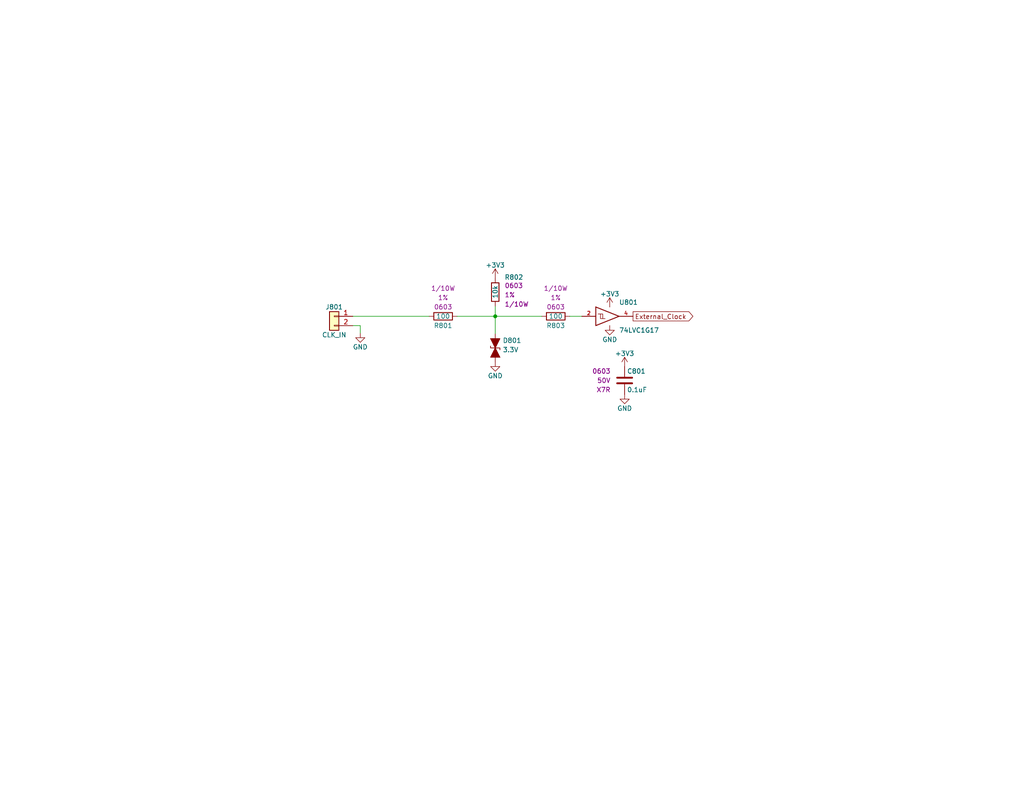
<source format=kicad_sch>
(kicad_sch (version 20230121) (generator eeschema)
  (paper "A")
  (title_block (title "Stopwatch") (date "2024-01-02") (rev "A") (company "Drew Maatman"))
  (lib_symbols
    (symbol "Connector_Generic:Conn_01x02" (pin_names (offset 1.016) hide)
      (property "Reference" "J" (at 0 2.54 0))
      (property "Value" "Conn_01x02" (at 0 -5.08 0))
      (symbol "Conn_01x02_1_1"
        (rectangle (start -1.27 -2.413) (end 0 -2.667) (stroke (width 0.1524)))
        (rectangle (start -1.27 0.127) (end 0 -0.127) (stroke (width 0.1524)))
        (rectangle (start -1.27 1.27) (end 1.27 -3.81) (stroke (width 0.254)) (fill (type background)))
        (pin passive line (at -5.08 0 0) (length 3.81) (name "Pin_1") (number "1"))
        (pin passive line (at -5.08 -2.54 0) (length 3.81) (name "Pin_2") (number "2"))
      )
    )
    (symbol "Custom_Library:74LVC1G17_Power" (pin_names (offset 1.016))
      (property "Reference" "U" (at 2.54 3.81 0))
      (property "Value" "74LVC1G17_Power" (at 2.54 -3.81 0))
      (symbol "74LVC1G17_Power_0_1"
        (polyline (pts (xy -2.54 0.635) (xy -1.905 0.635) (xy -1.905 -0.635)))
        (polyline (pts (xy -3.81 2.54) (xy -3.81 -2.54) (xy 2.54 0) (xy -3.81 2.54)) (stroke (width 0.254)))
        (polyline (pts (xy -3.175 0.635) (xy -2.54 0.635) (xy -2.54 -0.635) (xy -1.27 -0.635)))
      )
      (symbol "74LVC1G17_Power_1_1"
        (pin input line (at -7.62 0 0) (length 3.81) (name "~") (number "2"))
        (pin power_in line (at 0 -2.54 270) (length 0) (name "GND") (number "3"))
        (pin output line (at 6.35 0 180) (length 3.81) (name "~") (number "4"))
        (pin power_in line (at 0 2.54 90) (length 0) (name "VCC") (number "5"))
      )
    )
    (symbol "Custom_Library:C_Custom" (pin_numbers hide) (pin_names (offset 0.254))
      (property "Reference" "C" (at 0.635 2.54 0))
      (property "Value" "C_Custom" (at 0.635 -2.54 0))
      (property "display_footprint" "Foot" (at -3.81 2.54 0))
      (property "Voltage" "V" (at -3.81 0 0))
      (property "Dielectric" "Er" (at -3.81 -2.54 0))
      (symbol "C_Custom_0_1"
        (polyline (pts (xy -2.032 -0.762) (xy 2.032 -0.762)) (stroke (width 0.508)))
        (polyline (pts (xy -2.032 0.762) (xy 2.032 0.762)) (stroke (width 0.508)))
      )
      (symbol "C_Custom_1_1"
        (pin passive line (at 0 3.81 270) (length 2.794) (name "~") (number "1"))
        (pin passive line (at 0 -3.81 90) (length 2.794) (name "~") (number "2"))
      )
    )
    (symbol "Custom_Library:R_Custom" (pin_numbers hide) (pin_names (offset 1.016) hide)
      (property "Reference" "R" (at -2.54 0 90))
      (property "Value" "R_Custom" (at 0 0 90))
      (property "display_footprint" "Foot" (at 2.54 0 90))
      (property "Tolerance" "Tol" (at 5.08 0 90))
      (property "Wattage" "W" (at 7.62 0 90))
      (symbol "R_Custom_0_1"
        (rectangle (start 1.016 2.54) (end -1.016 -2.54) (stroke (width 0.254)))
      )
      (symbol "R_Custom_1_1"
        (pin passive line (at 0 3.81 270) (length 1.27) (name "1") (number "1"))
        (pin passive line (at 0 -3.81 90) (length 1.27) (name "2") (number "2"))
      )
    )
    (symbol "Incrementor-rescue:+3.3V-power" (power) (pin_names (offset 0))
      (property "Value" "+3.3V-power" (at 0 3.556 0))
      (symbol "+3.3V-power_0_1"
        (polyline (pts (xy -0.762 1.27) (xy 0 2.54)))
        (polyline (pts (xy 0 0) (xy 0 2.54)))
        (polyline (pts (xy 0 2.54) (xy 0.762 1.27)))
      )
      (symbol "+3.3V-power_1_1"
        (pin power_in line (at 0 0 90) (length 0) hide (name "+3V3") (number "1"))
      )
    )
    (symbol "Incrementor-rescue:D_TVS_ALT-Device" (pin_numbers hide) (pin_names (offset 1.016) hide)
      (property "Reference" "D" (at 0 2.54 0))
      (property "Value" "Device_D_TVS_ALT" (at 0 -2.54 0))
      (symbol "D_TVS_ALT-Device_0_1"
        (polyline (pts (xy 1.27 0) (xy -1.27 0)))
        (polyline (pts (xy -2.54 -1.27) (xy 0 0) (xy -2.54 1.27) (xy -2.54 -1.27)) (stroke (width 0.2032)) (fill (type outline)))
        (polyline (pts (xy 0.508 1.27) (xy 0 1.27) (xy 0 -1.27) (xy -0.508 -1.27)) (stroke (width 0.2032)))
        (polyline (pts (xy 2.54 1.27) (xy 2.54 -1.27) (xy 0 0) (xy 2.54 1.27)) (stroke (width 0.2032)) (fill (type outline)))
      )
      (symbol "D_TVS_ALT-Device_1_1"
        (pin passive line (at -3.81 0 0) (length 2.54) (name "A1") (number "1"))
        (pin passive line (at 3.81 0 180) (length 2.54) (name "A2") (number "2"))
      )
    )
    (symbol "power:GND" (power) (pin_names (offset 0))
      (property "Value" "GND" (at 0 -3.81 0))
      (symbol "GND_0_1"
        (polyline (pts (xy 0 0) (xy 0 -1.27) (xy 1.27 -1.27) (xy 0 -2.54) (xy -1.27 -1.27) (xy 0 -1.27)))
      )
      (symbol "GND_1_1"
        (pin power_in line (at 0 0 270) (length 0) hide (name "GND") (number "1"))
      )
    )
  )
  (junction (at 135.128 86.36))
  (wire (pts (xy 155.448 86.36) (xy 158.75 86.36)))
  (wire (pts (xy 135.128 83.566) (xy 135.128 86.36)))
  (wire (pts (xy 98.298 90.932) (xy 98.298 88.9)))
  (wire (pts (xy 135.128 91.186) (xy 135.128 86.36)))
  (wire (pts (xy 98.298 88.9) (xy 96.266 88.9)))
  (wire (pts (xy 147.828 86.36) (xy 135.128 86.36)))
  (wire (pts (xy 135.128 86.36) (xy 124.714 86.36)))
  (wire (pts (xy 96.266 86.36) (xy 117.094 86.36)))
  (global_label "External_Clock" (shape output) (at 172.72 86.36 0) (property "Intersheetrefs" "${INTERSHEET_REFS}" (effects hide)))
  (symbol (lib_id "Connector_Generic:Conn_01x02") (at 91.186 86.36 0) (mirror y) (unit 1)
    (property "Reference" "J801" (at 91.186 83.82 0))
    (property "Value" "CLK_IN" (at 91.186 91.44 0))
    (property "Footprint" "Socket_Strips:Socket_Strip_Angled_1x02_Pitch2.54mm" (effects hide))
    (property "Digi-Key PN" "SAM1225-02-ND" (effects hide))
  )
  (symbol (lib_id "power:GND") (at 98.298 90.932 0) (unit 1)
    (property "Reference" "#PWR0801" (effects hide))
    (property "Value" "GND" (at 98.298 94.742 0))
  )
  (symbol (lib_id "Custom_Library:R_Custom") (at 120.904 86.36 90) (unit 1)
    (property "Reference" "R801" (at 120.904 88.9 90))
    (property "Value" "100" (at 120.904 86.36 90))
    (property "Footprint" "Resistors_SMD:R_0603" (effects hide))
    (property "display_footprint" "0603" (at 120.904 83.82 90))
    (property "Tolerance" "1%" (at 120.904 81.28 90))
    (property "Wattage" "1/10W" (at 120.904 78.74 90))
    (property "Digi-Key PN" "RMCF0603FT100RCT-ND" (effects hide))
  )
  (symbol (lib_id "Custom_Library:R_Custom") (at 135.128 79.756 0) (unit 1)
    (property "Reference" "R802" (at 137.668 75.692 0) (effects (justify left)))
    (property "Value" "10k" (at 135.128 81.534 90) (effects (justify left)))
    (property "Footprint" "Resistors_SMD:R_0603" (effects hide))
    (property "display_footprint" "0603" (at 137.668 77.978 0) (effects (justify left)))
    (property "Tolerance" "1%" (at 137.668 80.518 0) (effects (justify left)))
    (property "Wattage" "1/10W" (at 137.668 83.058 0) (effects (justify left)))
    (property "Digi-Key PN" "RMCF0603FT10K0CT-ND" (effects hide))
    (instances (project "Stopwatch" (path "" (reference "R802") (unit 1)) (path "" (reference "R?") (unit 1))))
  )
  (symbol (lib_id "Incrementor-rescue:+3.3V-power") (at 135.128 75.946 0) (unit 1)
    (property "Reference" "#PWR0803" (effects hide))
    (property "Value" "+3.3V" (at 135.128 72.39 0))
  )
  (symbol (lib_id "Incrementor-rescue:D_TVS_ALT-Device") (at 135.128 94.996 270) (unit 1)
    (property "Reference" "D801" (at 137.16 92.964 90) (effects (justify left)))
    (property "Value" "3.3V" (at 137.16 95.504 90) (effects (justify left)))
    (property "Footprint" "Diodes_SMD:D_SOD-323" (effects hide))
    (property "Digi-Key PN" "CDSOD323-T03SCT-ND" (effects hide))
  )
  (symbol (lib_id "power:GND") (at 135.128 98.806 0) (unit 1)
    (property "Reference" "#PWR0804" (effects hide))
    (property "Value" "GND" (at 135.128 102.616 0))
  )
  (symbol (lib_id "Custom_Library:74LVC1G17_Power") (at 166.37 86.36 0) (unit 1)
    (property "Reference" "U801" (at 168.91 82.55 0) (effects (justify left)))
    (property "Value" "74LVC1G17" (at 168.91 90.17 0) (effects (justify left)))
    (property "Footprint" "TO_SOT_Packages_SMD:SOT-353_SC-70-5" (effects hide))
    (property "Datasheet" "http://www.ti.com/lit/sg/scyt129e/scyt129e.pdf" (effects hide))
    (property "Digi-Key PN" "296-11934-1-ND" (effects hide))
  )
  (symbol (lib_id "Custom_Library:R_Custom") (at 151.638 86.36 90) (unit 1)
    (property "Reference" "R803" (at 151.638 88.9 90))
    (property "Value" "100" (at 151.638 86.36 90))
    (property "Footprint" "Resistors_SMD:R_0603" (effects hide))
    (property "display_footprint" "0603" (at 151.638 83.82 90))
    (property "Tolerance" "1%" (at 151.638 81.28 90))
    (property "Wattage" "1/10W" (at 151.638 78.74 90))
    (property "Digi-Key PN" "RMCF0603FT100RCT-ND" (effects hide))
  )
  (symbol (lib_id "power:GND") (at 166.37 88.9 0) (unit 1)
    (property "Reference" "#PWR0806" (effects hide))
    (property "Value" "GND" (at 166.37 92.71 0))
  )
  (symbol (lib_id "Incrementor-rescue:+3.3V-power") (at 166.37 83.82 0) (unit 1)
    (property "Reference" "#PWR0805" (effects hide))
    (property "Value" "+3.3V" (at 166.37 80.264 0))
  )
  (symbol (lib_id "Custom_Library:C_Custom") (at 170.434 103.886 0) (unit 1)
    (property "Reference" "C801" (at 171.069 101.346 0) (effects (justify left)))
    (property "Value" "0.1uF" (at 171.069 106.426 0) (effects (justify left)))
    (property "Footprint" "Capacitors_SMD:C_0603" (effects hide))
    (property "display_footprint" "0603" (at 166.624 101.346 0) (effects (justify right)))
    (property "Voltage" "50V" (at 166.624 103.886 0) (effects (justify right)))
    (property "Dielectric" "X7R" (at 166.624 106.426 0) (effects (justify right)))
    (property "Digi-Key PN" "311-1344-1-ND" (effects hide))
    (instances (project "Stopwatch" (path "" (reference "C801") (unit 1)) (path "" (reference "C?") (unit 1))))
  )
  (symbol (lib_id "power:GND") (at 170.434 107.696 0) (unit 1)
    (property "Reference" "#PWR0808" (effects hide))
    (property "Value" "GND" (at 170.434 111.506 0))
    (instances (project "Stopwatch" (path "" (reference "#PWR0808") (unit 1)) (path "" (reference "#PWR?") (unit 1))))
  )
  (symbol (lib_id "Incrementor-rescue:+3.3V-power") (at 170.434 100.076 0) (unit 1)
    (property "Reference" "#PWR0807" (effects hide))
    (property "Value" "+3.3V" (at 170.434 96.52 0))
    (instances (project "Stopwatch" (path "" (reference "#PWR0807") (unit 1)) (path "" (reference "#PWR?") (unit 1))))
  )
)
</source>
